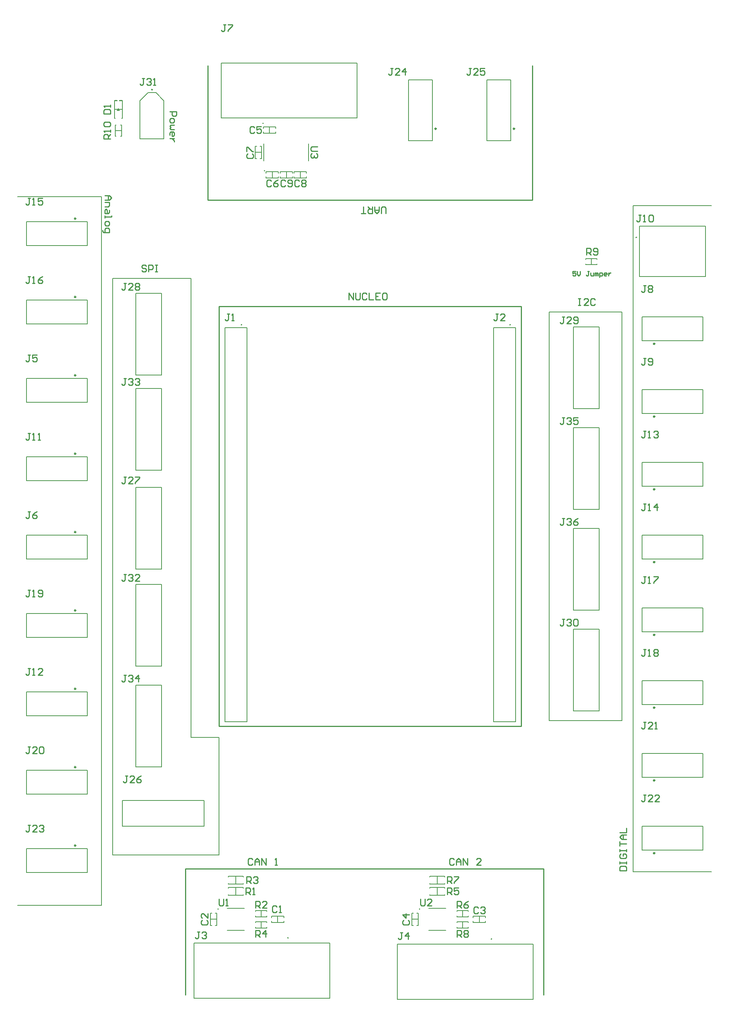
<source format=gto>
G04*
G04 #@! TF.GenerationSoftware,Altium Limited,Altium Designer,21.8.1 (53)*
G04*
G04 Layer_Color=65535*
%FSLAX44Y44*%
%MOMM*%
G71*
G04*
G04 #@! TF.SameCoordinates,803AB11E-904C-4F7A-9A81-77FAE9A3CB3A*
G04*
G04*
G04 #@! TF.FilePolarity,Positive*
G04*
G01*
G75*
%ADD10C,0.3000*%
%ADD11C,0.2000*%
%ADD12C,0.2540*%
%ADD13C,0.1500*%
%ADD14C,0.1270*%
D10*
X1458600Y334200D02*
G03*
X1458600Y334200I-1500J0D01*
G01*
Y499300D02*
G03*
X1458600Y499300I-1500J0D01*
G01*
Y664400D02*
G03*
X1458600Y664400I-1500J0D01*
G01*
Y829500D02*
G03*
X1458600Y829500I-1500J0D01*
G01*
Y994600D02*
G03*
X1458600Y994600I-1500J0D01*
G01*
Y1159700D02*
G03*
X1458600Y1159700I-1500J0D01*
G01*
Y1324800D02*
G03*
X1458600Y1324800I-1500J0D01*
G01*
Y1489900D02*
G03*
X1458600Y1489900I-1500J0D01*
G01*
X962700Y1977800D02*
G03*
X962700Y1977800I-1500J0D01*
G01*
X1140500D02*
G03*
X1140500Y1977800I-1500J0D01*
G01*
X144600Y1596200D02*
G03*
X144600Y1596200I-1500J0D01*
G01*
Y707200D02*
G03*
X144600Y707200I-1500J0D01*
G01*
Y1418400D02*
G03*
X144600Y1418400I-1500J0D01*
G01*
Y885000D02*
G03*
X144600Y885000I-1500J0D01*
G01*
Y529400D02*
G03*
X144600Y529400I-1500J0D01*
G01*
Y1062800D02*
G03*
X144600Y1062800I-1500J0D01*
G01*
Y1774000D02*
G03*
X144600Y1774000I-1500J0D01*
G01*
Y1240600D02*
G03*
X144600Y1240600I-1500J0D01*
G01*
Y351600D02*
G03*
X144600Y351600I-1500J0D01*
G01*
D11*
X1415706Y1730953D02*
G03*
X1415600Y1731400I894J447D01*
G01*
X627100Y142100D02*
G03*
X627100Y142100I-1000J0D01*
G01*
X570450Y1990000D02*
G03*
X570450Y1990000I-1000J0D01*
G01*
X573850Y1882600D02*
G03*
X573850Y1882600I-1000J0D01*
G01*
X1088900Y139560D02*
G03*
X1088900Y139560I-1000J0D01*
G01*
X468600Y207200D02*
G03*
X468600Y207200I-1000J0D01*
G01*
X925800D02*
G03*
X925800Y207200I-1000J0D01*
G01*
X521700Y1533050D02*
G03*
X521700Y1533050I-1000J0D01*
G01*
X1131300D02*
G03*
X1131300Y1533050I-1000J0D01*
G01*
X483235Y632450D02*
X532765D01*
X483235Y1526550D02*
X532765D01*
X483235Y632450D02*
Y1526550D01*
X532765Y632450D02*
Y1526550D01*
X1142365Y632450D02*
Y1526550D01*
X1092835Y632450D02*
Y1526550D01*
X1142365D01*
X1092835Y632450D02*
X1142365D01*
D12*
X318500Y2066600D02*
G03*
X318500Y2066600I-1000J0D01*
G01*
X444500Y1816100D02*
X1181100D01*
X444500D02*
Y2120900D01*
X1181100Y1816100D02*
Y2108200D01*
Y2120900D01*
X393700Y12700D02*
Y298450D01*
X1206500D01*
Y12700D02*
Y298450D01*
X469900Y622300D02*
X1155700D01*
Y1574800D01*
X469900D02*
X1155700D01*
X469900Y622300D02*
Y1574800D01*
X1285240Y1592575D02*
X1290318D01*
X1287779D01*
Y1577340D01*
X1285240D01*
X1290318D01*
X1308093D02*
X1297936D01*
X1308093Y1587497D01*
Y1590036D01*
X1305553Y1592575D01*
X1300475D01*
X1297936Y1590036D01*
X1323328D02*
X1320789Y1592575D01*
X1315710D01*
X1313171Y1590036D01*
Y1579879D01*
X1315710Y1577340D01*
X1320789D01*
X1323328Y1579879D01*
X1279311Y1654382D02*
X1272540D01*
Y1649304D01*
X1275926Y1650997D01*
X1277618D01*
X1279311Y1649304D01*
Y1645918D01*
X1277618Y1644226D01*
X1274233D01*
X1272540Y1645918D01*
X1282697Y1654382D02*
Y1647611D01*
X1286082Y1644226D01*
X1289468Y1647611D01*
Y1654382D01*
X1309781D02*
X1306396D01*
X1308089D01*
Y1645918D01*
X1306396Y1644226D01*
X1304703D01*
X1303010Y1645918D01*
X1313167Y1650997D02*
Y1645918D01*
X1314860Y1644226D01*
X1319938D01*
Y1650997D01*
X1323324Y1644226D02*
Y1650997D01*
X1325016D01*
X1326709Y1649304D01*
Y1644226D01*
Y1649304D01*
X1328402Y1650997D01*
X1330095Y1649304D01*
Y1644226D01*
X1333480Y1640840D02*
Y1650997D01*
X1338559D01*
X1340251Y1649304D01*
Y1645918D01*
X1338559Y1644226D01*
X1333480D01*
X1348715D02*
X1345330D01*
X1343637Y1645918D01*
Y1649304D01*
X1345330Y1650997D01*
X1348715D01*
X1350408Y1649304D01*
Y1647611D01*
X1343637D01*
X1353794Y1650997D02*
Y1644226D01*
Y1647611D01*
X1355487Y1649304D01*
X1357179Y1650997D01*
X1358872D01*
X1379225Y294640D02*
X1394460D01*
Y302257D01*
X1391921Y304797D01*
X1381764D01*
X1379225Y302257D01*
Y294640D01*
Y309875D02*
Y314953D01*
Y312414D01*
X1394460D01*
Y309875D01*
Y314953D01*
X1381764Y332728D02*
X1379225Y330188D01*
Y325110D01*
X1381764Y322571D01*
X1391921D01*
X1394460Y325110D01*
Y330188D01*
X1391921Y332728D01*
X1386842D01*
Y327649D01*
X1379225Y337806D02*
Y342884D01*
Y340345D01*
X1394460D01*
Y337806D01*
Y342884D01*
X1379225Y350502D02*
Y360659D01*
Y355580D01*
X1394460D01*
Y365737D02*
X1384303D01*
X1379225Y370815D01*
X1384303Y375894D01*
X1394460D01*
X1386842D01*
Y365737D01*
X1379225Y380972D02*
X1394460D01*
Y391129D01*
X546097Y320036D02*
X543558Y322575D01*
X538479D01*
X535940Y320036D01*
Y309879D01*
X538479Y307340D01*
X543558D01*
X546097Y309879D01*
X551175Y307340D02*
Y317497D01*
X556253Y322575D01*
X561332Y317497D01*
Y307340D01*
Y314958D01*
X551175D01*
X566410Y307340D02*
Y322575D01*
X576567Y307340D01*
Y322575D01*
X596880Y307340D02*
X601959D01*
X599420D01*
Y322575D01*
X596880Y320036D01*
X1003297D02*
X1000758Y322575D01*
X995679D01*
X993140Y320036D01*
Y309879D01*
X995679Y307340D01*
X1000758D01*
X1003297Y309879D01*
X1008375Y307340D02*
Y317497D01*
X1013453Y322575D01*
X1018532Y317497D01*
Y307340D01*
Y314958D01*
X1008375D01*
X1023610Y307340D02*
Y322575D01*
X1033767Y307340D01*
Y322575D01*
X1064237Y307340D02*
X1054080D01*
X1064237Y317497D01*
Y320036D01*
X1061698Y322575D01*
X1056619D01*
X1054080Y320036D01*
X304797Y1666236D02*
X302257Y1668775D01*
X297179D01*
X294640Y1666236D01*
Y1663697D01*
X297179Y1661158D01*
X302257D01*
X304797Y1658618D01*
Y1656079D01*
X302257Y1653540D01*
X297179D01*
X294640Y1656079D01*
X309875Y1653540D02*
Y1668775D01*
X317493D01*
X320032Y1666236D01*
Y1661158D01*
X317493Y1658618D01*
X309875D01*
X325110Y1668775D02*
X330188D01*
X327649D01*
Y1653540D01*
X325110D01*
X330188D01*
X358140Y2016760D02*
X373375D01*
Y2009142D01*
X370836Y2006603D01*
X365757D01*
X363218Y2009142D01*
Y2016760D01*
X358140Y1998986D02*
Y1993907D01*
X360679Y1991368D01*
X365757D01*
X368297Y1993907D01*
Y1998986D01*
X365757Y2001525D01*
X360679D01*
X358140Y1998986D01*
X368297Y1986290D02*
X360679D01*
X358140Y1983751D01*
X360679Y1981212D01*
X358140Y1978672D01*
X360679Y1976133D01*
X368297D01*
X358140Y1963437D02*
Y1968516D01*
X360679Y1971055D01*
X365757D01*
X368297Y1968516D01*
Y1963437D01*
X365757Y1960898D01*
X363218D01*
Y1971055D01*
X368297Y1955820D02*
X358140D01*
X363218D01*
X365757Y1953280D01*
X368297Y1950741D01*
Y1948202D01*
X210818Y1826260D02*
X220975D01*
X226053Y1821182D01*
X220975Y1816103D01*
X210818D01*
X218436D01*
Y1826260D01*
X210818Y1811025D02*
X220975D01*
Y1803407D01*
X218436Y1800868D01*
X210818D01*
X220975Y1793251D02*
Y1788172D01*
X218436Y1785633D01*
X210818D01*
Y1793251D01*
X213358Y1795790D01*
X215897Y1793251D01*
Y1785633D01*
X210818Y1780555D02*
Y1775476D01*
Y1778016D01*
X226053D01*
Y1780555D01*
X210818Y1765320D02*
Y1760241D01*
X213358Y1757702D01*
X218436D01*
X220975Y1760241D01*
Y1765320D01*
X218436Y1767859D01*
X213358D01*
X210818Y1765320D01*
X205740Y1747545D02*
Y1745006D01*
X208279Y1742467D01*
X220975D01*
Y1750085D01*
X218436Y1752624D01*
X213358D01*
X210818Y1750085D01*
Y1742467D01*
X764540Y1590040D02*
Y1605275D01*
X774697Y1590040D01*
Y1605275D01*
X779775D02*
Y1592579D01*
X782314Y1590040D01*
X787393D01*
X789932Y1592579D01*
Y1605275D01*
X805167Y1602736D02*
X802628Y1605275D01*
X797549D01*
X795010Y1602736D01*
Y1592579D01*
X797549Y1590040D01*
X802628D01*
X805167Y1592579D01*
X810245Y1605275D02*
Y1590040D01*
X820402D01*
X835637Y1605275D02*
X825480D01*
Y1590040D01*
X835637D01*
X825480Y1597657D02*
X830559D01*
X848333Y1605275D02*
X843254D01*
X840715Y1602736D01*
Y1592579D01*
X843254Y1590040D01*
X848333D01*
X850872Y1592579D01*
Y1602736D01*
X848333Y1605275D01*
X848360Y1785625D02*
Y1798321D01*
X845821Y1800860D01*
X840742D01*
X838203Y1798321D01*
Y1785625D01*
X833125Y1800860D02*
Y1790703D01*
X828047Y1785625D01*
X822968Y1790703D01*
Y1800860D01*
Y1793242D01*
X833125D01*
X817890Y1800860D02*
Y1785625D01*
X810272D01*
X807733Y1788164D01*
Y1793242D01*
X810272Y1795782D01*
X817890D01*
X812812D02*
X807733Y1800860D01*
X802655Y1785625D02*
X792498D01*
X797576D01*
Y1800860D01*
X223517Y1954536D02*
X208283D01*
Y1962154D01*
X210822Y1964693D01*
X215900D01*
X218439Y1962154D01*
Y1954536D01*
Y1959615D02*
X223517Y1964693D01*
Y1969771D02*
Y1974850D01*
Y1972310D01*
X208283D01*
X210822Y1969771D01*
Y1982467D02*
X208283Y1985006D01*
Y1990085D01*
X210822Y1992624D01*
X220978D01*
X223517Y1990085D01*
Y1985006D01*
X220978Y1982467D01*
X210822D01*
X208283Y2011683D02*
X223517D01*
Y2019301D01*
X220978Y2021840D01*
X210822D01*
X208283Y2019301D01*
Y2011683D01*
X223517Y2026918D02*
Y2031997D01*
Y2029458D01*
X208283D01*
X210822Y2026918D01*
X1303274Y1691894D02*
Y1707129D01*
X1310892D01*
X1313431Y1704590D01*
Y1699512D01*
X1310892Y1696972D01*
X1303274D01*
X1308352D02*
X1313431Y1691894D01*
X1318509Y1694433D02*
X1321048Y1691894D01*
X1326127D01*
X1328666Y1694433D01*
Y1704590D01*
X1326127Y1707129D01*
X1321048D01*
X1318509Y1704590D01*
Y1702051D01*
X1321048Y1699512D01*
X1328666D01*
X1253487Y1094227D02*
X1248408D01*
X1250947D01*
Y1081531D01*
X1248408Y1078992D01*
X1245869D01*
X1243330Y1081531D01*
X1258565Y1091688D02*
X1261104Y1094227D01*
X1266183D01*
X1268722Y1091688D01*
Y1089149D01*
X1266183Y1086609D01*
X1263643D01*
X1266183D01*
X1268722Y1084070D01*
Y1081531D01*
X1266183Y1078992D01*
X1261104D01*
X1258565Y1081531D01*
X1283957Y1094227D02*
X1278878Y1091688D01*
X1273800Y1086609D01*
Y1081531D01*
X1276339Y1078992D01*
X1281418D01*
X1283957Y1081531D01*
Y1084070D01*
X1281418Y1086609D01*
X1273800D01*
X1253487Y865627D02*
X1248408D01*
X1250947D01*
Y852931D01*
X1248408Y850392D01*
X1245869D01*
X1243330Y852931D01*
X1258565Y863088D02*
X1261104Y865627D01*
X1266183D01*
X1268722Y863088D01*
Y860549D01*
X1266183Y858009D01*
X1263643D01*
X1266183D01*
X1268722Y855470D01*
Y852931D01*
X1266183Y850392D01*
X1261104D01*
X1258565Y852931D01*
X1273800Y863088D02*
X1276339Y865627D01*
X1281418D01*
X1283957Y863088D01*
Y852931D01*
X1281418Y850392D01*
X1276339D01*
X1273800Y852931D01*
Y863088D01*
X1438653Y466339D02*
X1433574D01*
X1436113D01*
Y453643D01*
X1433574Y451104D01*
X1431035D01*
X1428496Y453643D01*
X1453888Y451104D02*
X1443731D01*
X1453888Y461261D01*
Y463800D01*
X1451349Y466339D01*
X1446270D01*
X1443731Y463800D01*
X1469123Y451104D02*
X1458966D01*
X1469123Y461261D01*
Y463800D01*
X1466584Y466339D01*
X1461505D01*
X1458966Y463800D01*
X1438653Y961639D02*
X1433574D01*
X1436113D01*
Y948943D01*
X1433574Y946404D01*
X1431035D01*
X1428496Y948943D01*
X1443731Y946404D02*
X1448809D01*
X1446270D01*
Y961639D01*
X1443731Y959100D01*
X1456427Y961639D02*
X1466584D01*
Y959100D01*
X1456427Y948943D01*
Y946404D01*
X1438653Y1291839D02*
X1433574D01*
X1436113D01*
Y1279143D01*
X1433574Y1276604D01*
X1431035D01*
X1428496Y1279143D01*
X1443731Y1276604D02*
X1448809D01*
X1446270D01*
Y1291839D01*
X1443731Y1289300D01*
X1456427D02*
X1458966Y1291839D01*
X1464044D01*
X1466584Y1289300D01*
Y1286761D01*
X1464044Y1284221D01*
X1461505D01*
X1464044D01*
X1466584Y1281682D01*
Y1279143D01*
X1464044Y1276604D01*
X1458966D01*
X1456427Y1279143D01*
X1438653Y1456939D02*
X1433574D01*
X1436113D01*
Y1444243D01*
X1433574Y1441704D01*
X1431035D01*
X1428496Y1444243D01*
X1443731D02*
X1446270Y1441704D01*
X1451349D01*
X1453888Y1444243D01*
Y1454400D01*
X1451349Y1456939D01*
X1446270D01*
X1443731Y1454400D01*
Y1451861D01*
X1446270Y1449321D01*
X1453888D01*
X889002Y181611D02*
X886462Y179072D01*
Y173993D01*
X889002Y171454D01*
X899158D01*
X901697Y173993D01*
Y179072D01*
X899158Y181611D01*
X901697Y194307D02*
X886462D01*
X894080Y186689D01*
Y196846D01*
X431802Y181611D02*
X429263Y179072D01*
Y173993D01*
X431802Y171454D01*
X441958D01*
X444497Y173993D01*
Y179072D01*
X441958Y181611D01*
X444497Y196846D02*
Y186689D01*
X434341Y196846D01*
X431802D01*
X429263Y194307D01*
Y189228D01*
X431802Y186689D01*
X693418Y1936746D02*
X680722D01*
X678183Y1934207D01*
Y1929128D01*
X680722Y1926589D01*
X693418D01*
X690878Y1921511D02*
X693418Y1918972D01*
Y1913893D01*
X690878Y1911354D01*
X688339D01*
X685800Y1913893D01*
Y1916432D01*
Y1913893D01*
X683261Y1911354D01*
X680722D01*
X678183Y1913893D01*
Y1918972D01*
X680722Y1921511D01*
X927104Y229867D02*
Y217172D01*
X929643Y214632D01*
X934722D01*
X937261Y217172D01*
Y229867D01*
X952496Y214632D02*
X942339D01*
X952496Y224789D01*
Y227328D01*
X949957Y229867D01*
X944878D01*
X942339Y227328D01*
X469903Y229867D02*
Y217172D01*
X472443Y214632D01*
X477521D01*
X480060Y217172D01*
Y229867D01*
X485138Y214632D02*
X490217D01*
X487678D01*
Y229867D01*
X485138Y227328D01*
X1009654Y143512D02*
Y158748D01*
X1017272D01*
X1019811Y156208D01*
Y151130D01*
X1017272Y148591D01*
X1009654D01*
X1014733D02*
X1019811Y143512D01*
X1024889Y156208D02*
X1027428Y158748D01*
X1032507D01*
X1035046Y156208D01*
Y153669D01*
X1032507Y151130D01*
X1035046Y148591D01*
Y146052D01*
X1032507Y143512D01*
X1027428D01*
X1024889Y146052D01*
Y148591D01*
X1027428Y151130D01*
X1024889Y153669D01*
Y156208D01*
X1027428Y151130D02*
X1032507D01*
X988064Y265432D02*
Y280667D01*
X995682D01*
X998221Y278128D01*
Y273050D01*
X995682Y270511D01*
X988064D01*
X993142D02*
X998221Y265432D01*
X1003299Y280667D02*
X1013456D01*
Y278128D01*
X1003299Y267972D01*
Y265432D01*
X1009654Y209552D02*
Y224788D01*
X1017272D01*
X1019811Y222248D01*
Y217170D01*
X1017272Y214631D01*
X1009654D01*
X1014733D02*
X1019811Y209552D01*
X1035046Y224788D02*
X1029967Y222248D01*
X1024889Y217170D01*
Y212092D01*
X1027428Y209552D01*
X1032507D01*
X1035046Y212092D01*
Y214631D01*
X1032507Y217170D01*
X1024889D01*
X988064Y240033D02*
Y255268D01*
X995682D01*
X998221Y252728D01*
Y247650D01*
X995682Y245111D01*
X988064D01*
X993142D02*
X998221Y240033D01*
X1013456Y255268D02*
X1003299D01*
Y247650D01*
X1008378Y250189D01*
X1010917D01*
X1013456Y247650D01*
Y242572D01*
X1010917Y240033D01*
X1005838D01*
X1003299Y242572D01*
X552454Y143512D02*
Y158748D01*
X560072D01*
X562611Y156208D01*
Y151130D01*
X560072Y148591D01*
X552454D01*
X557533D02*
X562611Y143512D01*
X575307D02*
Y158748D01*
X567689Y151130D01*
X577846D01*
X531994Y265432D02*
Y280667D01*
X539612D01*
X542151Y278128D01*
Y273050D01*
X539612Y270511D01*
X531994D01*
X537072D02*
X542151Y265432D01*
X547229Y278128D02*
X549768Y280667D01*
X554847D01*
X557386Y278128D01*
Y275589D01*
X554847Y273050D01*
X552308D01*
X554847D01*
X557386Y270511D01*
Y267972D01*
X554847Y265432D01*
X549768D01*
X547229Y267972D01*
X552454Y209552D02*
Y224788D01*
X560072D01*
X562611Y222248D01*
Y217170D01*
X560072Y214631D01*
X552454D01*
X557533D02*
X562611Y209552D01*
X577846D02*
X567689D01*
X577846Y219709D01*
Y222248D01*
X575307Y224788D01*
X570228D01*
X567689Y222248D01*
X530863Y240033D02*
Y255268D01*
X538481D01*
X541020Y252728D01*
Y247650D01*
X538481Y245111D01*
X530863D01*
X535942D02*
X541020Y240033D01*
X546098D02*
X551177D01*
X548638D01*
Y255268D01*
X546098Y252728D01*
X300479Y2091685D02*
X295400D01*
X297939D01*
Y2078989D01*
X295400Y2076450D01*
X292861D01*
X290322Y2078989D01*
X305557Y2089146D02*
X308096Y2091685D01*
X313175D01*
X315714Y2089146D01*
Y2086607D01*
X313175Y2084068D01*
X310635D01*
X313175D01*
X315714Y2081528D01*
Y2078989D01*
X313175Y2076450D01*
X308096D01*
X305557Y2078989D01*
X320792Y2076450D02*
X325871D01*
X323331D01*
Y2091685D01*
X320792Y2089146D01*
X41653Y398013D02*
X36574D01*
X39114D01*
Y385317D01*
X36574Y382778D01*
X34035D01*
X31496Y385317D01*
X56888Y382778D02*
X46731D01*
X56888Y392935D01*
Y395474D01*
X54349Y398013D01*
X49270D01*
X46731Y395474D01*
X61966D02*
X64505Y398013D01*
X69584D01*
X72123Y395474D01*
Y392935D01*
X69584Y390396D01*
X67045D01*
X69584D01*
X72123Y387856D01*
Y385317D01*
X69584Y382778D01*
X64505D01*
X61966Y385317D01*
X41653Y575813D02*
X36574D01*
X39114D01*
Y563117D01*
X36574Y560578D01*
X34035D01*
X31496Y563117D01*
X56888Y560578D02*
X46731D01*
X56888Y570735D01*
Y573274D01*
X54349Y575813D01*
X49270D01*
X46731Y573274D01*
X61966D02*
X64505Y575813D01*
X69584D01*
X72123Y573274D01*
Y563117D01*
X69584Y560578D01*
X64505D01*
X61966Y563117D01*
Y573274D01*
X41653Y931413D02*
X36574D01*
X39114D01*
Y918717D01*
X36574Y916178D01*
X34035D01*
X31496Y918717D01*
X46731Y916178D02*
X51809D01*
X49270D01*
Y931413D01*
X46731Y928874D01*
X59427Y918717D02*
X61966Y916178D01*
X67045D01*
X69584Y918717D01*
Y928874D01*
X67045Y931413D01*
X61966D01*
X59427Y928874D01*
Y926335D01*
X61966Y923795D01*
X69584D01*
X41653Y1820413D02*
X36574D01*
X39114D01*
Y1807717D01*
X36574Y1805178D01*
X34035D01*
X31496Y1807717D01*
X46731Y1805178D02*
X51809D01*
X49270D01*
Y1820413D01*
X46731Y1817874D01*
X69584Y1820413D02*
X59427D01*
Y1812796D01*
X64505Y1815335D01*
X67045D01*
X69584Y1812796D01*
Y1807717D01*
X67045Y1805178D01*
X61966D01*
X59427Y1807717D01*
X41653Y1287013D02*
X36574D01*
X39114D01*
Y1274317D01*
X36574Y1271778D01*
X34035D01*
X31496Y1274317D01*
X46731Y1271778D02*
X51809D01*
X49270D01*
Y1287013D01*
X46731Y1284474D01*
X59427Y1271778D02*
X64505D01*
X61966D01*
Y1287013D01*
X59427Y1284474D01*
X484629Y2213605D02*
X479550D01*
X482090D01*
Y2200909D01*
X479550Y2198370D01*
X477011D01*
X474472Y2200909D01*
X489707Y2213605D02*
X499864D01*
Y2211066D01*
X489707Y2200909D01*
Y2198370D01*
X41653Y1109213D02*
X36574D01*
X39114D01*
Y1096517D01*
X36574Y1093978D01*
X34035D01*
X31496Y1096517D01*
X56888Y1109213D02*
X51809Y1106674D01*
X46731Y1101596D01*
Y1096517D01*
X49270Y1093978D01*
X54349D01*
X56888Y1096517D01*
Y1099056D01*
X54349Y1101596D01*
X46731D01*
X886461Y153667D02*
X881383D01*
X883922D01*
Y140972D01*
X881383Y138433D01*
X878843D01*
X876304Y140972D01*
X899157Y138433D02*
Y153667D01*
X891539Y146050D01*
X901696D01*
X620161Y1859278D02*
X617622Y1861817D01*
X612543D01*
X610004Y1859278D01*
Y1849122D01*
X612543Y1846582D01*
X617622D01*
X620161Y1849122D01*
X625239D02*
X627778Y1846582D01*
X632857D01*
X635396Y1849122D01*
Y1859278D01*
X632857Y1861817D01*
X627778D01*
X625239Y1859278D01*
Y1856739D01*
X627778Y1854200D01*
X635396D01*
X651911Y1859278D02*
X649372Y1861817D01*
X644293D01*
X641754Y1859278D01*
Y1849122D01*
X644293Y1846582D01*
X649372D01*
X651911Y1849122D01*
X656989Y1859278D02*
X659528Y1861817D01*
X664607D01*
X667146Y1859278D01*
Y1856739D01*
X664607Y1854200D01*
X667146Y1851661D01*
Y1849122D01*
X664607Y1846582D01*
X659528D01*
X656989Y1849122D01*
Y1851661D01*
X659528Y1854200D01*
X656989Y1856739D01*
Y1859278D01*
X659528Y1854200D02*
X664607D01*
X534672Y1921111D02*
X532132Y1918572D01*
Y1913493D01*
X534672Y1910954D01*
X544828D01*
X547368Y1913493D01*
Y1918572D01*
X544828Y1921111D01*
X532132Y1926189D02*
Y1936346D01*
X534672D01*
X544828Y1926189D01*
X547368D01*
X588011Y1859278D02*
X585472Y1861817D01*
X580393D01*
X577854Y1859278D01*
Y1849122D01*
X580393Y1846582D01*
X585472D01*
X588011Y1849122D01*
X603246Y1861817D02*
X598167Y1859278D01*
X593089Y1854200D01*
Y1849122D01*
X595628Y1846582D01*
X600707D01*
X603246Y1849122D01*
Y1851661D01*
X600707Y1854200D01*
X593089D01*
X549911Y1979928D02*
X547372Y1982467D01*
X542293D01*
X539754Y1979928D01*
Y1969772D01*
X542293Y1967233D01*
X547372D01*
X549911Y1969772D01*
X565146Y1982467D02*
X554989D01*
Y1974850D01*
X560067Y1977389D01*
X562607D01*
X565146Y1974850D01*
Y1969772D01*
X562607Y1967233D01*
X557528D01*
X554989Y1969772D01*
X1057911Y209548D02*
X1055372Y212087D01*
X1050293D01*
X1047754Y209548D01*
Y199392D01*
X1050293Y196852D01*
X1055372D01*
X1057911Y199392D01*
X1062989Y209548D02*
X1065528Y212087D01*
X1070607D01*
X1073146Y209548D01*
Y207009D01*
X1070607Y204470D01*
X1068067D01*
X1070607D01*
X1073146Y201931D01*
Y199392D01*
X1070607Y196852D01*
X1065528D01*
X1062989Y199392D01*
X600707Y212340D02*
X598167Y214879D01*
X593089D01*
X590550Y212340D01*
Y202183D01*
X593089Y199644D01*
X598167D01*
X600707Y202183D01*
X605785Y199644D02*
X610863D01*
X608324D01*
Y214879D01*
X605785Y212340D01*
X1438653Y1126739D02*
X1433574D01*
X1436113D01*
Y1114043D01*
X1433574Y1111504D01*
X1431035D01*
X1428496Y1114043D01*
X1443731Y1111504D02*
X1448809D01*
X1446270D01*
Y1126739D01*
X1443731Y1124200D01*
X1464044Y1111504D02*
Y1126739D01*
X1456427Y1119121D01*
X1466584D01*
X864613Y2114799D02*
X859534D01*
X862074D01*
Y2102103D01*
X859534Y2099564D01*
X856995D01*
X854456Y2102103D01*
X879848Y2099564D02*
X869691D01*
X879848Y2109721D01*
Y2112260D01*
X877309Y2114799D01*
X872230D01*
X869691Y2112260D01*
X892544Y2099564D02*
Y2114799D01*
X884926Y2107182D01*
X895083D01*
X1427223Y1782059D02*
X1422144D01*
X1424684D01*
Y1769363D01*
X1422144Y1766824D01*
X1419605D01*
X1417066Y1769363D01*
X1432301Y1766824D02*
X1437379D01*
X1434840D01*
Y1782059D01*
X1432301Y1779520D01*
X1444997D02*
X1447536Y1782059D01*
X1452614D01*
X1455154Y1779520D01*
Y1769363D01*
X1452614Y1766824D01*
X1447536D01*
X1444997Y1769363D01*
Y1779520D01*
X41653Y1464813D02*
X36574D01*
X39114D01*
Y1452117D01*
X36574Y1449578D01*
X34035D01*
X31496Y1452117D01*
X56888Y1464813D02*
X46731D01*
Y1457195D01*
X51809Y1459735D01*
X54349D01*
X56888Y1457195D01*
Y1452117D01*
X54349Y1449578D01*
X49270D01*
X46731Y1452117D01*
X1253487Y1551427D02*
X1248408D01*
X1250947D01*
Y1538731D01*
X1248408Y1536192D01*
X1245869D01*
X1243330Y1538731D01*
X1268722Y1536192D02*
X1258565D01*
X1268722Y1546349D01*
Y1548888D01*
X1266183Y1551427D01*
X1261104D01*
X1258565Y1548888D01*
X1273800Y1538731D02*
X1276339Y1536192D01*
X1281418D01*
X1283957Y1538731D01*
Y1548888D01*
X1281418Y1551427D01*
X1276339D01*
X1273800Y1548888D01*
Y1546349D01*
X1276339Y1543810D01*
X1283957D01*
X258569Y1627627D02*
X253490D01*
X256029D01*
Y1614931D01*
X253490Y1612392D01*
X250951D01*
X248412Y1614931D01*
X273804Y1612392D02*
X263647D01*
X273804Y1622549D01*
Y1625088D01*
X271265Y1627627D01*
X266186D01*
X263647Y1625088D01*
X278882D02*
X281421Y1627627D01*
X286500D01*
X289039Y1625088D01*
Y1622549D01*
X286500Y1620009D01*
X289039Y1617470D01*
Y1614931D01*
X286500Y1612392D01*
X281421D01*
X278882Y1614931D01*
Y1617470D01*
X281421Y1620009D01*
X278882Y1622549D01*
Y1625088D01*
X281421Y1620009D02*
X286500D01*
X1438653Y631439D02*
X1433574D01*
X1436113D01*
Y618743D01*
X1433574Y616204D01*
X1431035D01*
X1428496Y618743D01*
X1453888Y616204D02*
X1443731D01*
X1453888Y626361D01*
Y628900D01*
X1451349Y631439D01*
X1446270D01*
X1443731Y628900D01*
X1458966Y616204D02*
X1464044D01*
X1461505D01*
Y631439D01*
X1458966Y628900D01*
X258569Y1187445D02*
X253490D01*
X256029D01*
Y1174749D01*
X253490Y1172210D01*
X250951D01*
X248412Y1174749D01*
X273804Y1172210D02*
X263647D01*
X273804Y1182367D01*
Y1184906D01*
X271265Y1187445D01*
X266186D01*
X263647Y1184906D01*
X278882Y1187445D02*
X289039D01*
Y1184906D01*
X278882Y1174749D01*
Y1172210D01*
X1253487Y1322827D02*
X1248408D01*
X1250947D01*
Y1310131D01*
X1248408Y1307592D01*
X1245869D01*
X1243330Y1310131D01*
X1258565Y1320288D02*
X1261104Y1322827D01*
X1266183D01*
X1268722Y1320288D01*
Y1317749D01*
X1266183Y1315210D01*
X1263643D01*
X1266183D01*
X1268722Y1312670D01*
Y1310131D01*
X1266183Y1307592D01*
X1261104D01*
X1258565Y1310131D01*
X1283957Y1322827D02*
X1273800D01*
Y1315210D01*
X1278878Y1317749D01*
X1281418D01*
X1283957Y1315210D01*
Y1310131D01*
X1281418Y1307592D01*
X1276339D01*
X1273800Y1310131D01*
X1438653Y796539D02*
X1433574D01*
X1436113D01*
Y783843D01*
X1433574Y781304D01*
X1431035D01*
X1428496Y783843D01*
X1443731Y781304D02*
X1448809D01*
X1446270D01*
Y796539D01*
X1443731Y794000D01*
X1456427D02*
X1458966Y796539D01*
X1464044D01*
X1466584Y794000D01*
Y791461D01*
X1464044Y788922D01*
X1466584Y786382D01*
Y783843D01*
X1464044Y781304D01*
X1458966D01*
X1456427Y783843D01*
Y786382D01*
X1458966Y788922D01*
X1456427Y791461D01*
Y794000D01*
X1458966Y788922D02*
X1464044D01*
X425571Y155747D02*
X420493D01*
X423032D01*
Y143052D01*
X420493Y140513D01*
X417953D01*
X415414Y143052D01*
X430649Y153208D02*
X433188Y155747D01*
X438267D01*
X440806Y153208D01*
Y150669D01*
X438267Y148130D01*
X435728D01*
X438267D01*
X440806Y145591D01*
Y143052D01*
X438267Y140513D01*
X433188D01*
X430649Y143052D01*
X1042413Y2114799D02*
X1037334D01*
X1039874D01*
Y2102103D01*
X1037334Y2099564D01*
X1034795D01*
X1032256Y2102103D01*
X1057648Y2099564D02*
X1047491D01*
X1057648Y2109721D01*
Y2112260D01*
X1055109Y2114799D01*
X1050030D01*
X1047491Y2112260D01*
X1072883Y2114799D02*
X1062726D01*
Y2107182D01*
X1067804Y2109721D01*
X1070344D01*
X1072883Y2107182D01*
Y2102103D01*
X1070344Y2099564D01*
X1065265D01*
X1062726Y2102103D01*
X262633Y509265D02*
X257554D01*
X260093D01*
Y496569D01*
X257554Y494030D01*
X255015D01*
X252476Y496569D01*
X277868Y494030D02*
X267711D01*
X277868Y504187D01*
Y506726D01*
X275329Y509265D01*
X270250D01*
X267711Y506726D01*
X293103Y509265D02*
X288025Y506726D01*
X282946Y501647D01*
Y496569D01*
X285485Y494030D01*
X290564D01*
X293103Y496569D01*
Y499108D01*
X290564Y501647D01*
X282946D01*
X41653Y1642613D02*
X36574D01*
X39114D01*
Y1629917D01*
X36574Y1627378D01*
X34035D01*
X31496Y1629917D01*
X46731Y1627378D02*
X51809D01*
X49270D01*
Y1642613D01*
X46731Y1640074D01*
X69584Y1642613D02*
X64505Y1640074D01*
X59427Y1634996D01*
Y1629917D01*
X61966Y1627378D01*
X67045D01*
X69584Y1629917D01*
Y1632456D01*
X67045Y1634996D01*
X59427D01*
X1438653Y1622039D02*
X1433574D01*
X1436113D01*
Y1609343D01*
X1433574Y1606804D01*
X1431035D01*
X1428496Y1609343D01*
X1443731Y1619500D02*
X1446270Y1622039D01*
X1451349D01*
X1453888Y1619500D01*
Y1616961D01*
X1451349Y1614422D01*
X1453888Y1611882D01*
Y1609343D01*
X1451349Y1606804D01*
X1446270D01*
X1443731Y1609343D01*
Y1611882D01*
X1446270Y1614422D01*
X1443731Y1616961D01*
Y1619500D01*
X1446270Y1614422D02*
X1451349D01*
X258569Y1411727D02*
X253490D01*
X256029D01*
Y1399031D01*
X253490Y1396492D01*
X250951D01*
X248412Y1399031D01*
X263647Y1409188D02*
X266186Y1411727D01*
X271265D01*
X273804Y1409188D01*
Y1406649D01*
X271265Y1404109D01*
X268725D01*
X271265D01*
X273804Y1401570D01*
Y1399031D01*
X271265Y1396492D01*
X266186D01*
X263647Y1399031D01*
X278882Y1409188D02*
X281421Y1411727D01*
X286500D01*
X289039Y1409188D01*
Y1406649D01*
X286500Y1404109D01*
X283960D01*
X286500D01*
X289039Y1401570D01*
Y1399031D01*
X286500Y1396492D01*
X281421D01*
X278882Y1399031D01*
X258569Y967227D02*
X253490D01*
X256029D01*
Y954531D01*
X253490Y951992D01*
X250951D01*
X248412Y954531D01*
X263647Y964688D02*
X266186Y967227D01*
X271265D01*
X273804Y964688D01*
Y962149D01*
X271265Y959610D01*
X268725D01*
X271265D01*
X273804Y957070D01*
Y954531D01*
X271265Y951992D01*
X266186D01*
X263647Y954531D01*
X289039Y951992D02*
X278882D01*
X289039Y962149D01*
Y964688D01*
X286500Y967227D01*
X281421D01*
X278882Y964688D01*
X1102865Y1558031D02*
X1097786D01*
X1100325D01*
Y1545335D01*
X1097786Y1542796D01*
X1095247D01*
X1092708Y1545335D01*
X1118100Y1542796D02*
X1107943D01*
X1118100Y1552953D01*
Y1555492D01*
X1115561Y1558031D01*
X1110482D01*
X1107943Y1555492D01*
X493265Y1558031D02*
X488186D01*
X490726D01*
Y1545335D01*
X488186Y1542796D01*
X485647D01*
X483108Y1545335D01*
X498343Y1542796D02*
X503421D01*
X500882D01*
Y1558031D01*
X498343Y1555492D01*
X41653Y753613D02*
X36574D01*
X39114D01*
Y740917D01*
X36574Y738378D01*
X34035D01*
X31496Y740917D01*
X46731Y738378D02*
X51809D01*
X49270D01*
Y753613D01*
X46731Y751074D01*
X69584Y738378D02*
X59427D01*
X69584Y748535D01*
Y751074D01*
X67045Y753613D01*
X61966D01*
X59427Y751074D01*
X258569Y738627D02*
X253490D01*
X256029D01*
Y725931D01*
X253490Y723392D01*
X250951D01*
X248412Y725931D01*
X263647Y736088D02*
X266186Y738627D01*
X271265D01*
X273804Y736088D01*
Y733549D01*
X271265Y731010D01*
X268725D01*
X271265D01*
X273804Y728470D01*
Y725931D01*
X271265Y723392D01*
X266186D01*
X263647Y725931D01*
X286500Y723392D02*
Y738627D01*
X278882Y731010D01*
X289039D01*
D13*
X232300Y2021840D02*
X250300D01*
X243840Y2040890D02*
X250300D01*
Y2001520D02*
Y2040890D01*
X248300Y2001520D02*
X250300D01*
X232300Y2040890D02*
X238760D01*
X232300Y2001520D02*
Y2040890D01*
Y2001520D02*
X234300D01*
X243840Y2040890D02*
Y2042160D01*
X250300D01*
Y2040890D02*
Y2042160D01*
X232300Y2040890D02*
Y2042160D01*
X238760D01*
Y2040890D02*
Y2042160D01*
X241300Y2021840D02*
Y2024380D01*
X238760Y2019300D02*
X243840D01*
X238760D02*
X241300Y2021840D01*
X243840Y2019300D01*
X234300Y1973580D02*
X248300D01*
X234300Y1960880D02*
X236220D01*
X234300D02*
Y1986280D01*
X236220D01*
X246380D02*
X248300D01*
Y1960880D02*
Y1986280D01*
X246380Y1960880D02*
X248300D01*
X1301900Y1669400D02*
Y1671320D01*
Y1669400D02*
X1327300D01*
Y1671320D01*
Y1681480D02*
Y1683400D01*
X1301900D02*
X1327300D01*
X1301900Y1681480D02*
Y1683400D01*
X1314600Y1669400D02*
Y1683400D01*
X590550Y1866250D02*
Y1880250D01*
X604550Y1866250D02*
Y1869250D01*
X576550Y1866250D02*
X604550D01*
X576550D02*
Y1869250D01*
Y1877250D02*
Y1880250D01*
X604550D01*
Y1877250D02*
Y1880250D01*
X622700Y1866250D02*
Y1880250D01*
X636700Y1866250D02*
Y1869250D01*
X608700Y1866250D02*
X636700D01*
X608700D02*
Y1869250D01*
Y1877250D02*
Y1880250D01*
X636700D01*
Y1877250D02*
Y1880250D01*
X654050Y1866250D02*
Y1880250D01*
X668050Y1866250D02*
Y1869250D01*
X640050Y1866250D02*
X668050D01*
X640050D02*
Y1869250D01*
Y1877250D02*
Y1880250D01*
X668050D01*
Y1877250D02*
Y1880250D01*
X551800Y1924050D02*
X565800D01*
X562800Y1938050D02*
X565800D01*
Y1910050D02*
Y1938050D01*
X562800Y1910050D02*
X565800D01*
X551800D02*
X554800D01*
X551800D02*
Y1938050D01*
X554800D01*
X584200Y1967850D02*
Y1981850D01*
X598200Y1967850D02*
Y1970850D01*
X570200Y1967850D02*
X598200D01*
X570200D02*
Y1970850D01*
Y1978850D02*
Y1981850D01*
X598200D01*
Y1978850D02*
Y1981850D01*
X450200Y184150D02*
X464200D01*
X461200Y198150D02*
X464200D01*
Y170150D02*
Y198150D01*
X461200Y170150D02*
X464200D01*
X450200D02*
X453200D01*
X450200D02*
Y198150D01*
X453200D01*
X508000Y238650D02*
Y256650D01*
X491000Y254650D02*
Y256650D01*
X525000D01*
Y254650D02*
Y256650D01*
X491000Y238650D02*
Y240650D01*
Y238650D02*
X525000D01*
Y240650D01*
X508000Y264050D02*
Y282050D01*
X525000Y264050D02*
Y266050D01*
X491000Y264050D02*
X525000D01*
X491000D02*
Y266050D01*
X525000Y280050D02*
Y282050D01*
X491000D02*
X525000D01*
X491000Y280050D02*
Y282050D01*
X552450Y189850D02*
Y191770D01*
Y189850D02*
X577850D01*
Y191770D01*
Y201930D02*
Y203850D01*
X552450D02*
X577850D01*
X552450Y201930D02*
Y203850D01*
X565150Y189850D02*
Y203850D01*
X577850Y176530D02*
Y178450D01*
X552450D02*
X577850D01*
X552450Y176530D02*
Y178450D01*
Y164450D02*
Y166370D01*
Y164450D02*
X577850D01*
Y166370D01*
X565150Y164450D02*
Y178450D01*
X602850Y177150D02*
Y191150D01*
X588850Y188150D02*
Y191150D01*
X616850D01*
Y188150D02*
Y191150D01*
Y177150D02*
Y180150D01*
X588850Y177150D02*
X616850D01*
X588850D02*
Y180150D01*
X907400Y184150D02*
X921400D01*
X918400Y198150D02*
X921400D01*
Y170150D02*
Y198150D01*
X918400Y170150D02*
X921400D01*
X907400D02*
X910400D01*
X907400D02*
Y198150D01*
X910400D01*
X1035050Y176530D02*
Y178450D01*
X1009650D02*
X1035050D01*
X1009650Y176530D02*
Y178450D01*
Y164450D02*
Y166370D01*
Y164450D02*
X1035050D01*
Y166370D01*
X1022350Y164450D02*
Y178450D01*
X1009650Y189850D02*
Y191770D01*
Y189850D02*
X1035050D01*
Y191770D01*
Y201930D02*
Y203850D01*
X1009650D02*
X1035050D01*
X1009650Y201930D02*
Y203850D01*
X1022350Y189850D02*
Y203850D01*
X965200Y238650D02*
Y256650D01*
X948200Y254650D02*
Y256650D01*
X982200D01*
Y254650D02*
Y256650D01*
X948200Y238650D02*
Y240650D01*
Y238650D02*
X982200D01*
Y240650D01*
X965200Y264050D02*
Y282050D01*
X982200Y264050D02*
Y266050D01*
X948200Y264050D02*
X982200D01*
X948200D02*
Y266050D01*
X982200Y280050D02*
Y282050D01*
X948200D02*
X982200D01*
X948200Y280050D02*
Y282050D01*
X1060450Y177150D02*
Y191150D01*
X1046450Y188150D02*
Y191150D01*
X1074450D01*
Y188150D02*
Y191150D01*
Y177150D02*
Y180150D01*
X1046450Y177150D02*
X1074450D01*
X1046450D02*
Y180150D01*
D14*
X469900Y558800D02*
Y596900D01*
X1429600Y341300D02*
X1567600D01*
X1429600D02*
Y395300D01*
X1567600D01*
Y341300D02*
Y395300D01*
X1429600Y506400D02*
X1567600D01*
X1429600D02*
Y560400D01*
X1567600D01*
Y506400D02*
Y560400D01*
X1429600Y671500D02*
X1567600D01*
X1429600D02*
Y725500D01*
X1567600D01*
Y671500D02*
Y725500D01*
X1332230Y656590D02*
Y842010D01*
X1273810D02*
X1332230D01*
X1273810Y656590D02*
Y842010D01*
Y656590D02*
X1332230D01*
X1429600Y836600D02*
X1567600D01*
X1429600D02*
Y890600D01*
X1567600D01*
Y836600D02*
Y890600D01*
X1332230Y885190D02*
Y1070610D01*
X1273810D02*
X1332230D01*
X1273810Y885190D02*
Y1070610D01*
Y885190D02*
X1332230D01*
X1567600Y1001700D02*
Y1055700D01*
X1429600D02*
X1567600D01*
X1429600Y1001700D02*
Y1055700D01*
Y1001700D02*
X1567600D01*
X1332230Y1113790D02*
Y1299210D01*
X1273810D02*
X1332230D01*
X1273810Y1113790D02*
Y1299210D01*
Y1113790D02*
X1332230D01*
X1429600Y1166800D02*
X1567600D01*
X1429600D02*
Y1220800D01*
X1567600D01*
Y1166800D02*
Y1220800D01*
X1332230Y1342390D02*
Y1527810D01*
X1273810D02*
X1332230D01*
X1273810Y1342390D02*
Y1527810D01*
Y1342390D02*
X1332230D01*
X1429600Y1331900D02*
X1567600D01*
X1429600D02*
Y1385900D01*
X1567600D01*
Y1331900D02*
Y1385900D01*
X1429600Y1497000D02*
X1567600D01*
X1429600D02*
Y1551000D01*
X1567600D01*
Y1497000D02*
Y1551000D01*
X1573600Y1642400D02*
Y1756400D01*
X1423600D02*
X1573600D01*
X1423600Y1642400D02*
Y1756400D01*
Y1642400D02*
X1573600D01*
X1219200Y1562100D02*
X1231900D01*
X1384300D01*
X1409700Y1803400D02*
X1587500D01*
X1219200Y635000D02*
X1384300D01*
X1219200D02*
Y1562100D01*
X1384300Y635000D02*
Y1562100D01*
X1409700Y292100D02*
Y1803400D01*
Y292100D02*
X1587500D01*
X412850Y5100D02*
Y130100D01*
Y5100D02*
X720950D01*
Y130100D01*
X412850D02*
X720950D01*
X306500Y2057600D02*
X308500Y2059600D01*
X326500D01*
X344500Y1954600D02*
Y2041600D01*
X326500Y2059600D02*
X344500Y2041600D01*
X290500Y1954600D02*
X344500D01*
X290500D02*
Y2041600D01*
X306500Y2057600D01*
X782700Y2002000D02*
Y2127000D01*
X474600D02*
X782700D01*
X474600Y2002000D02*
Y2127000D01*
Y2002000D02*
X782700D01*
X900100Y2088300D02*
X954100D01*
X900100Y1950300D02*
Y2088300D01*
Y1950300D02*
X954100D01*
Y2088300D01*
X1131900Y1950300D02*
Y2088300D01*
X1077900Y1950300D02*
X1131900D01*
X1077900D02*
Y2088300D01*
X1131900D01*
X672950Y1904550D02*
Y1943550D01*
X571650Y1904550D02*
Y1943550D01*
X406400Y596900D02*
X469900D01*
X874650Y2560D02*
Y127560D01*
Y2560D02*
X1182750D01*
Y127560D01*
X874650D02*
X1182750D01*
X488500Y158900D02*
X527500D01*
X488500Y209400D02*
X527500D01*
X945700Y158900D02*
X984700D01*
X945700Y209400D02*
X984700D01*
X12700Y1823720D02*
X203200Y1823720D01*
X228600Y1625600D02*
Y1638300D01*
X406400D01*
Y596900D02*
Y1638300D01*
X469900Y330200D02*
Y558800D01*
X228600Y330200D02*
X469900D01*
X228600D02*
Y1625600D01*
X203200Y1823720D02*
X203200Y215900D01*
X12700D02*
X203200D01*
X280670Y1604010D02*
X339090D01*
Y1418590D02*
Y1604010D01*
X280670Y1418590D02*
X339090D01*
X280670D02*
Y1604010D01*
X32600Y1535100D02*
Y1589100D01*
Y1535100D02*
X170600D01*
Y1589100D01*
X32600D02*
X170600D01*
X250690Y394970D02*
Y453390D01*
X436110D01*
Y394970D02*
Y453390D01*
X250690Y394970D02*
X436110D01*
X32600Y646100D02*
Y700100D01*
Y646100D02*
X170600D01*
Y700100D01*
X32600D02*
X170600D01*
X280670Y1388110D02*
X339090D01*
Y1202690D02*
Y1388110D01*
X280670Y1202690D02*
X339090D01*
X280670D02*
Y1388110D01*
Y943610D02*
X339090D01*
Y758190D02*
Y943610D01*
X280670Y758190D02*
X339090D01*
X280670D02*
Y943610D01*
X32600Y1357300D02*
Y1411300D01*
Y1357300D02*
X170600D01*
Y1411300D01*
X32600D02*
X170600D01*
X32600Y823900D02*
Y877900D01*
Y823900D02*
X170600D01*
Y877900D01*
X32600D02*
X170600D01*
X32600Y468300D02*
Y522300D01*
Y468300D02*
X170600D01*
Y522300D01*
X32600D02*
X170600D01*
X32600Y1001700D02*
Y1055700D01*
Y1001700D02*
X170600D01*
Y1055700D01*
X32600D02*
X170600D01*
X32600Y1712900D02*
Y1766900D01*
Y1712900D02*
X170600D01*
Y1766900D01*
X32600D02*
X170600D01*
X32600Y1179500D02*
Y1233500D01*
Y1179500D02*
X170600D01*
Y1233500D01*
X32600D02*
X170600D01*
X32600Y290500D02*
Y344500D01*
Y290500D02*
X170600D01*
Y344500D01*
X32600D02*
X170600D01*
X280670Y715010D02*
X339090D01*
Y529590D02*
Y715010D01*
X280670Y529590D02*
X339090D01*
X280670D02*
Y715010D01*
Y1163910D02*
X339090D01*
Y978490D02*
Y1163910D01*
X280670Y978490D02*
X339090D01*
X280670D02*
Y1163910D01*
M02*

</source>
